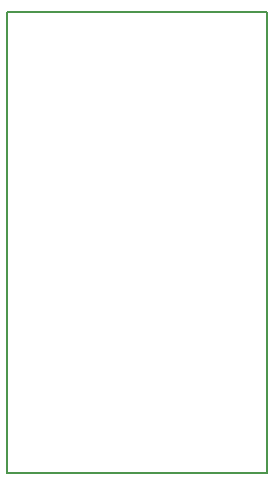
<source format=gm1>
G04 #@! TF.GenerationSoftware,KiCad,Pcbnew,no-vcs-found-bf44d39~61~ubuntu16.04.1*
G04 #@! TF.CreationDate,2018-01-04T16:51:09+01:00*
G04 #@! TF.ProjectId,arcade_adapter,6172636164655F616461707465722E6B,rev?*
G04 #@! TF.SameCoordinates,Original*
G04 #@! TF.FileFunction,Profile,NP*
%FSLAX46Y46*%
G04 Gerber Fmt 4.6, Leading zero omitted, Abs format (unit mm)*
G04 Created by KiCad (PCBNEW no-vcs-found-bf44d39~61~ubuntu16.04.1) date Thu Jan  4 16:51:09 2018*
%MOMM*%
%LPD*%
G01*
G04 APERTURE LIST*
%ADD10C,0.150000*%
G04 APERTURE END LIST*
D10*
X90500200Y-54305200D02*
X90500200Y-93243400D01*
X112471200Y-54305200D02*
X90500200Y-54305200D01*
X112471200Y-93268800D02*
X112471200Y-54305200D01*
X90500200Y-93268800D02*
X112471200Y-93268800D01*
M02*

</source>
